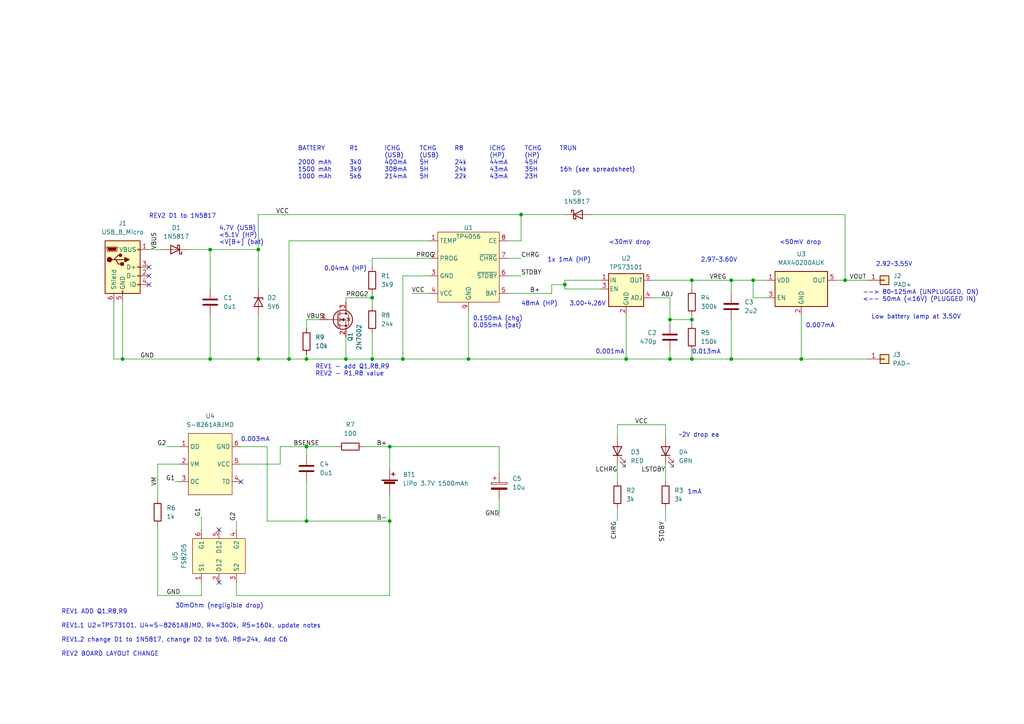
<source format=kicad_sch>
(kicad_sch (version 20230121) (generator eeschema)
  (paper "A4")
  (title_block (title "HP BATTERY") (date "2023-09-28") (rev "2") (company "GR") (comment 1 "https://github.com/grob6000/hpbattery"))
  (lib_symbols
    (symbol "Analog_Switch:MAX40200AUK"
      (property "Reference" "U" (at -6.35 6.35 0))
      (property "Value" "MAX40200AUK" (at 7.62 6.35 0))
      (symbol "MAX40200AUK_1_1"
        (rectangle (start -7.62 -5.08) (end 7.62 5.08) (stroke (width 0.254)) (fill (type background)))
        (pin power_in line (at -10.16 2.54 0) (length 2.54) (name "VDD") (number "1"))
        (pin power_in line (at 0 -7.62 90) (length 2.54) (name "GND") (number "2"))
        (pin input line (at -10.16 -2.54 0) (length 2.54) (name "EN") (number "3"))
        (pin no_connect line (at 7.62 -2.54 180) (length 2.54) hide (name "NC") (number "4"))
        (pin passive line (at 10.16 2.54 180) (length 2.54) (name "OUT") (number "5"))
      )
    )
    (symbol "Connector:USB_B_Micro" (pin_names (offset 1.016))
      (property "Reference" "J" (at -5.08 11.43 0))
      (property "Value" "USB_B_Micro" (at -5.08 8.89 0))
      (symbol "USB_B_Micro_0_1"
        (rectangle (start -5.08 -7.62) (end 5.08 7.62) (stroke (width 0.254)) (fill (type background)))
        (circle (center -3.81 2.159) (radius 0.635) (stroke (width 0.254)) (fill (type outline)))
        (circle (center -0.635 3.429) (radius 0.381) (stroke (width 0.254)) (fill (type outline)))
        (rectangle (start -0.127 -7.62) (end 0.127 -6.858))
        (polyline (pts (xy -1.905 2.159) (xy 0.635 2.159)) (stroke (width 0.254)))
        (polyline (pts (xy -3.175 2.159) (xy -2.54 2.159) (xy -1.27 3.429) (xy -0.635 3.429)) (stroke (width 0.254)))
        (polyline (pts (xy -2.54 2.159) (xy -1.905 2.159) (xy -1.27 0.889) (xy 0 0.889)) (stroke (width 0.254)))
        (polyline (pts (xy 0.635 2.794) (xy 0.635 1.524) (xy 1.905 2.159) (xy 0.635 2.794)) (stroke (width 0.254)) (fill (type outline)))
        (polyline (pts (xy -4.318 5.588) (xy -1.778 5.588) (xy -2.032 4.826) (xy -4.064 4.826) (xy -4.318 5.588)) (fill (type outline)))
        (polyline (pts (xy -4.699 5.842) (xy -4.699 5.588) (xy -4.445 4.826) (xy -4.445 4.572) (xy -1.651 4.572) (xy -1.651 4.826) (xy -1.397 5.588) (xy -1.397 5.842) (xy -4.699 5.842)))
        (rectangle (start 0.254 1.27) (end -0.508 0.508) (stroke (width 0.254)) (fill (type outline)))
        (rectangle (start 5.08 -5.207) (end 4.318 -4.953))
        (rectangle (start 5.08 -2.667) (end 4.318 -2.413))
        (rectangle (start 5.08 -0.127) (end 4.318 0.127))
        (rectangle (start 5.08 4.953) (end 4.318 5.207))
      )
      (symbol "USB_B_Micro_1_1"
        (pin power_out line (at 7.62 5.08 180) (length 2.54) (name "VBUS") (number "1"))
        (pin bidirectional line (at 7.62 -2.54 180) (length 2.54) (name "D-") (number "2"))
        (pin bidirectional line (at 7.62 0 180) (length 2.54) (name "D+") (number "3"))
        (pin passive line (at 7.62 -5.08 180) (length 2.54) (name "ID") (number "4"))
        (pin power_out line (at 0 -10.16 90) (length 2.54) (name "GND") (number "5"))
        (pin passive line (at -2.54 -10.16 90) (length 2.54) (name "Shield") (number "6"))
      )
    )
    (symbol "Connector_Generic:Conn_01x01" (pin_names (offset 1.016) hide)
      (property "Reference" "J" (at 0 2.54 0))
      (property "Value" "Conn_01x01" (at 0 -2.54 0))
      (symbol "Conn_01x01_1_1"
        (rectangle (start -1.27 0.127) (end 0 -0.127) (stroke (width 0.1524)))
        (rectangle (start -1.27 1.27) (end 1.27 -1.27) (stroke (width 0.254)) (fill (type background)))
        (pin passive line (at -5.08 0 0) (length 3.81) (name "Pin_1") (number "1"))
      )
    )
    (symbol "Device:Battery_Cell" (pin_numbers hide) (pin_names (offset 0) hide)
      (property "Reference" "BT" (at 2.54 2.54 0))
      (property "Value" "Battery_Cell" (at 2.54 0 0))
      (symbol "Battery_Cell_0_1"
        (rectangle (start -2.286 1.778) (end 2.286 1.524) (fill (type outline)))
        (rectangle (start -1.5748 1.1938) (end 1.4732 0.6858) (fill (type outline)))
        (polyline (pts (xy 0 0.762) (xy 0 0)))
        (polyline (pts (xy 0 1.778) (xy 0 2.54)))
        (polyline (pts (xy 0.508 3.429) (xy 1.524 3.429)) (stroke (width 0.254)))
        (polyline (pts (xy 1.016 3.937) (xy 1.016 2.921)) (stroke (width 0.254)))
      )
      (symbol "Battery_Cell_1_1"
        (pin passive line (at 0 5.08 270) (length 2.54) (name "+") (number "1"))
        (pin passive line (at 0 -2.54 90) (length 2.54) (name "-") (number "2"))
      )
    )
    (symbol "Device:C" (pin_numbers hide) (pin_names (offset 0.254))
      (property "Reference" "C" (at 0.635 2.54 0))
      (property "Value" "C" (at 0.635 -2.54 0))
      (symbol "C_0_1"
        (polyline (pts (xy -2.032 -0.762) (xy 2.032 -0.762)) (stroke (width 0.508)))
        (polyline (pts (xy -2.032 0.762) (xy 2.032 0.762)) (stroke (width 0.508)))
      )
      (symbol "C_1_1"
        (pin passive line (at 0 3.81 270) (length 2.794) (name "~") (number "1"))
        (pin passive line (at 0 -3.81 90) (length 2.794) (name "~") (number "2"))
      )
    )
    (symbol "Device:C_Polarized" (pin_numbers hide) (pin_names (offset 0.254))
      (property "Reference" "C" (at 0.635 2.54 0))
      (property "Value" "C_Polarized" (at 0.635 -2.54 0))
      (symbol "C_Polarized_0_1"
        (rectangle (start -2.286 0.508) (end 2.286 1.016))
        (polyline (pts (xy -1.778 2.286) (xy -0.762 2.286)))
        (polyline (pts (xy -1.27 2.794) (xy -1.27 1.778)))
        (rectangle (start 2.286 -0.508) (end -2.286 -1.016) (fill (type outline)))
      )
      (symbol "C_Polarized_1_1"
        (pin passive line (at 0 3.81 270) (length 2.794) (name "~") (number "1"))
        (pin passive line (at 0 -3.81 90) (length 2.794) (name "~") (number "2"))
      )
    )
    (symbol "Device:D_Zener" (pin_numbers hide) (pin_names (offset 1.016) hide)
      (property "Reference" "D" (at 0 2.54 0))
      (property "Value" "D_Zener" (at 0 -2.54 0))
      (symbol "D_Zener_0_1"
        (polyline (pts (xy 1.27 0) (xy -1.27 0)))
        (polyline (pts (xy -1.27 -1.27) (xy -1.27 1.27) (xy -0.762 1.27)) (stroke (width 0.254)))
        (polyline (pts (xy 1.27 -1.27) (xy 1.27 1.27) (xy -1.27 0) (xy 1.27 -1.27)) (stroke (width 0.254)))
      )
      (symbol "D_Zener_1_1"
        (pin passive line (at -3.81 0 0) (length 2.54) (name "K") (number "1"))
        (pin passive line (at 3.81 0 180) (length 2.54) (name "A") (number "2"))
      )
    )
    (symbol "Device:LED" (pin_numbers hide) (pin_names (offset 1.016) hide)
      (property "Reference" "D" (at 0 2.54 0))
      (property "Value" "LED" (at 0 -2.54 0))
      (symbol "LED_0_1"
        (polyline (pts (xy -1.27 -1.27) (xy -1.27 1.27)) (stroke (width 0.254)))
        (polyline (pts (xy -1.27 0) (xy 1.27 0)))
        (polyline (pts (xy 1.27 -1.27) (xy 1.27 1.27) (xy -1.27 0) (xy 1.27 -1.27)) (stroke (width 0.254)))
        (polyline (pts (xy -3.048 -0.762) (xy -4.572 -2.286) (xy -3.81 -2.286) (xy -4.572 -2.286) (xy -4.572 -1.524)))
        (polyline (pts (xy -1.778 -0.762) (xy -3.302 -2.286) (xy -2.54 -2.286) (xy -3.302 -2.286) (xy -3.302 -1.524)))
      )
      (symbol "LED_1_1"
        (pin passive line (at -3.81 0 0) (length 2.54) (name "K") (number "1"))
        (pin passive line (at 3.81 0 180) (length 2.54) (name "A") (number "2"))
      )
    )
    (symbol "Device:R" (pin_numbers hide) (pin_names (offset 0))
      (property "Reference" "R" (at 2.032 0 90))
      (property "Value" "R" (at 0 0 90))
      (symbol "R_0_1"
        (rectangle (start -1.016 -2.54) (end 1.016 2.54) (stroke (width 0.254)))
      )
      (symbol "R_1_1"
        (pin passive line (at 0 3.81 270) (length 1.27) (name "~") (number "1"))
        (pin passive line (at 0 -3.81 90) (length 1.27) (name "~") (number "2"))
      )
    )
    (symbol "Diode:1N5819" (pin_numbers hide) (pin_names (offset 1.016) hide)
      (property "Reference" "D" (at 0 2.54 0))
      (property "Value" "1N5819" (at 0 -2.54 0))
      (symbol "1N5819_0_1"
        (polyline (pts (xy 1.27 0) (xy -1.27 0)))
        (polyline (pts (xy 1.27 1.27) (xy 1.27 -1.27) (xy -1.27 0) (xy 1.27 1.27)) (stroke (width 0.254)))
        (polyline (pts (xy -1.905 0.635) (xy -1.905 1.27) (xy -1.27 1.27) (xy -1.27 -1.27) (xy -0.635 -1.27) (xy -0.635 -0.635)) (stroke (width 0.254)))
      )
      (symbol "1N5819_1_1"
        (pin passive line (at -3.81 0 0) (length 2.54) (name "K") (number "1"))
        (pin passive line (at 3.81 0 180) (length 2.54) (name "A") (number "2"))
      )
    )
    (symbol "Regulator_Linear:MIC5205YM5" (pin_names (offset 0.254))
      (property "Reference" "U" (at -3.81 5.715 0))
      (property "Value" "MIC5205YM5" (at 0 5.715 0))
      (symbol "MIC5205YM5_0_1"
        (rectangle (start -5.08 4.445) (end 5.08 -5.08) (stroke (width 0.254)) (fill (type background)))
      )
      (symbol "MIC5205YM5_1_1"
        (pin power_in line (at -7.62 2.54 0) (length 2.54) (name "IN") (number "1"))
        (pin power_in line (at 0 -7.62 90) (length 2.54) (name "GND") (number "2"))
        (pin input line (at -7.62 0 0) (length 2.54) (name "EN") (number "3"))
        (pin input line (at 7.62 -2.54 180) (length 2.54) (name "ADJ") (number "4"))
        (pin power_out line (at 7.62 2.54 180) (length 2.54) (name "OUT") (number "5"))
      )
    )
    (symbol "Transistor_FET:2N7002" (pin_names hide)
      (property "Reference" "Q" (at 5.08 1.905 0))
      (property "Value" "2N7002" (at 5.08 0 0))
      (symbol "2N7002_0_1"
        (polyline (pts (xy 0.254 0) (xy -2.54 0)))
        (polyline (pts (xy 0.254 1.905) (xy 0.254 -1.905)) (stroke (width 0.254)))
        (polyline (pts (xy 0.762 -1.27) (xy 0.762 -2.286)) (stroke (width 0.254)))
        (polyline (pts (xy 0.762 0.508) (xy 0.762 -0.508)) (stroke (width 0.254)))
        (polyline (pts (xy 0.762 2.286) (xy 0.762 1.27)) (stroke (width 0.254)))
        (polyline (pts (xy 2.54 2.54) (xy 2.54 1.778)))
        (polyline (pts (xy 2.54 -2.54) (xy 2.54 0) (xy 0.762 0)))
        (polyline (pts (xy 0.762 -1.778) (xy 3.302 -1.778) (xy 3.302 1.778) (xy 0.762 1.778)))
        (polyline (pts (xy 1.016 0) (xy 2.032 0.381) (xy 2.032 -0.381) (xy 1.016 0)) (fill (type outline)))
        (polyline (pts (xy 2.794 0.508) (xy 2.921 0.381) (xy 3.683 0.381) (xy 3.81 0.254)))
        (polyline (pts (xy 3.302 0.381) (xy 2.921 -0.254) (xy 3.683 -0.254) (xy 3.302 0.381)))
        (circle (center 1.651 0) (radius 2.794) (stroke (width 0.254)))
        (circle (center 2.54 -1.778) (radius 0.254) (fill (type outline)))
        (circle (center 2.54 1.778) (radius 0.254) (fill (type outline)))
      )
      (symbol "2N7002_1_1"
        (pin input line (at -5.08 0 0) (length 2.54) (name "G") (number "1"))
        (pin passive line (at 2.54 -5.08 90) (length 2.54) (name "S") (number "2"))
        (pin passive line (at 2.54 5.08 270) (length 2.54) (name "D") (number "3"))
      )
    )
    (symbol "kicad_george:DW01A"
      (property "Reference" "U" (at 0 2.54 0))
      (property "Value" "DW01A" (at 0 -2.54 0))
      (symbol "DW01A_1_1"
        (rectangle (start -6.35 8.89) (end 6.35 -8.89) (fill (type background)))
        (pin output line (at -8.89 5.08 0) (length 2.54) (name "OD") (number "1"))
        (pin power_in line (at -8.89 0 0) (length 2.54) (name "VM") (number "2"))
        (pin power_in line (at -8.89 -5.08 0) (length 2.54) (name "OC") (number "3"))
        (pin power_in line (at 8.89 -5.08 180) (length 2.54) (name "TD") (number "4"))
        (pin power_in line (at 8.89 0 180) (length 2.54) (name "VCC") (number "5"))
        (pin power_in line (at 8.89 5.08 180) (length 2.54) (name "GND") (number "6"))
      )
    )
    (symbol "kicad_george:FS8205"
      (property "Reference" "U" (at 0 2.54 0))
      (property "Value" "FS8205" (at 0 -2.54 0))
      (symbol "FS8205_1_1"
        (rectangle (start -5.08 7.62) (end 5.08 -7.62) (fill (type background)))
        (pin output line (at -7.62 5.08 0) (length 2.54) (name "S1") (number "1"))
        (pin output line (at -7.62 0 0) (length 2.54) (name "D12") (number "2"))
        (pin output line (at -7.62 -5.08 0) (length 2.54) (name "S2") (number "3"))
        (pin output line (at 7.62 -5.08 180) (length 2.54) (name "G2") (number "4"))
        (pin output line (at 7.62 0 180) (length 2.54) (name "D12") (number "5"))
        (pin output line (at 7.62 5.08 180) (length 2.54) (name "G1") (number "6"))
      )
    )
    (symbol "kicad_george:TP4056"
      (property "Reference" "U" (at 0 5.08 0))
      (property "Value" "TP4056" (at 0 0 0))
      (symbol "TP4056_1_1"
        (rectangle (start -8.89 10.16) (end 8.89 -10.16) (fill (type background)))
        (pin input line (at -11.43 7.62 0) (length 2.54) (name "TEMP") (number "1"))
        (pin input line (at -11.43 2.54 0) (length 2.54) (name "PROG") (number "2"))
        (pin power_in line (at -11.43 -2.54 0) (length 2.54) (name "GND") (number "3"))
        (pin power_in line (at -11.43 -7.62 0) (length 2.54) (name "VCC") (number "4"))
        (pin power_out line (at 11.43 -7.62 180) (length 2.54) (name "BAT") (number "5"))
        (pin output line (at 11.43 -2.54 180) (length 2.54) (name "~{STDBY}") (number "6"))
        (pin output line (at 11.43 2.54 180) (length 2.54) (name "~{CHRG}") (number "7"))
        (pin input line (at 11.43 7.62 180) (length 2.54) (name "CE") (number "8"))
        (pin power_in line (at 0 -12.7 90) (length 2.54) (name "GND") (number "9"))
      )
    )
  )
  (junction (at 116.84 104.14))
  (junction (at 35.56 104.14))
  (junction (at 74.93 104.14))
  (junction (at 200.66 81.28))
  (junction (at 88.9 151.13))
  (junction (at 194.31 92.71))
  (junction (at 212.09 81.28))
  (junction (at 232.41 104.14))
  (junction (at 83.82 104.14))
  (junction (at 181.61 104.14))
  (junction (at 212.09 104.14))
  (junction (at 74.93 72.39))
  (junction (at 163.83 82.55))
  (junction (at 218.44 81.28))
  (junction (at 60.96 104.14))
  (junction (at 200.66 104.14))
  (junction (at 100.33 104.14))
  (junction (at 88.9 104.14))
  (junction (at 200.66 92.71))
  (junction (at 60.96 72.39))
  (junction (at 194.31 104.14))
  (junction (at 107.95 86.36))
  (junction (at 135.89 104.14))
  (junction (at 113.03 129.54))
  (junction (at 245.11 81.28))
  (junction (at 113.03 151.13))
  (junction (at 151.13 62.23))
  (junction (at 88.9 129.54))
  (junction (at 107.95 104.14))
  (no_connect (at 69.85 139.7))
  (no_connect (at 43.18 82.55))
  (no_connect (at 63.5 168.91))
  (no_connect (at 63.5 153.67))
  (no_connect (at 43.18 80.01))
  (no_connect (at 43.18 77.47))
  (wire (pts (xy 68.58 151.13) (xy 68.58 153.67)))
  (wire (pts (xy 218.44 86.36) (xy 218.44 81.28)))
  (wire (pts (xy 74.93 62.23) (xy 151.13 62.23)))
  (wire (pts (xy 200.66 101.6) (xy 200.66 104.14)))
  (wire (pts (xy 135.89 104.14) (xy 181.61 104.14)))
  (wire (pts (xy 83.82 104.14) (xy 88.9 104.14)))
  (wire (pts (xy 181.61 91.44) (xy 181.61 104.14)))
  (wire (pts (xy 60.96 72.39) (xy 60.96 83.82)))
  (wire (pts (xy 193.04 123.19) (xy 179.07 123.19)))
  (wire (pts (xy 60.96 104.14) (xy 74.93 104.14)))
  (wire (pts (xy 58.42 149.86) (xy 58.42 153.67)))
  (wire (pts (xy 88.9 139.7) (xy 88.9 151.13)))
  (wire (pts (xy 116.84 80.01) (xy 116.84 104.14)))
  (wire (pts (xy 171.45 62.23) (xy 245.11 62.23)))
  (wire (pts (xy 81.28 134.62) (xy 81.28 129.54)))
  (wire (pts (xy 74.93 72.39) (xy 74.93 83.82)))
  (wire (pts (xy 88.9 92.71) (xy 92.71 92.71)))
  (wire (pts (xy 45.72 172.72) (xy 45.72 152.4)))
  (wire (pts (xy 200.66 92.71) (xy 200.66 93.98)))
  (wire (pts (xy 113.03 151.13) (xy 88.9 151.13)))
  (wire (pts (xy 193.04 134.62) (xy 193.04 139.7)))
  (wire (pts (xy 58.42 168.91) (xy 58.42 172.72)))
  (wire (pts (xy 58.42 172.72) (xy 45.72 172.72)))
  (wire (pts (xy 135.89 90.17) (xy 135.89 104.14)))
  (wire (pts (xy 242.57 81.28) (xy 245.11 81.28)))
  (wire (pts (xy 218.44 81.28) (xy 222.25 81.28)))
  (wire (pts (xy 113.03 129.54) (xy 113.03 135.89)))
  (wire (pts (xy 212.09 81.28) (xy 212.09 85.09)))
  (wire (pts (xy 35.56 104.14) (xy 60.96 104.14)))
  (wire (pts (xy 88.9 104.14) (xy 100.33 104.14)))
  (wire (pts (xy 193.04 127) (xy 193.04 123.19)))
  (wire (pts (xy 33.02 87.63) (xy 33.02 104.14)))
  (wire (pts (xy 179.07 123.19) (xy 179.07 127)))
  (wire (pts (xy 100.33 97.79) (xy 100.33 104.14)))
  (wire (pts (xy 113.03 172.72) (xy 113.03 151.13)))
  (wire (pts (xy 194.31 92.71) (xy 194.31 93.98)))
  (wire (pts (xy 83.82 69.85) (xy 83.82 104.14)))
  (wire (pts (xy 144.78 129.54) (xy 113.03 129.54)))
  (wire (pts (xy 163.83 81.28) (xy 173.99 81.28)))
  (wire (pts (xy 88.9 129.54) (xy 88.9 132.08)))
  (wire (pts (xy 124.46 85.09) (xy 119.38 85.09)))
  (wire (pts (xy 69.85 129.54) (xy 77.47 129.54)))
  (wire (pts (xy 81.28 129.54) (xy 88.9 129.54)))
  (wire (pts (xy 107.95 86.36) (xy 100.33 86.36)))
  (wire (pts (xy 200.66 104.14) (xy 212.09 104.14)))
  (wire (pts (xy 100.33 86.36) (xy 100.33 87.63)))
  (wire (pts (xy 88.9 102.87) (xy 88.9 104.14)))
  (wire (pts (xy 88.9 95.25) (xy 88.9 92.71)))
  (wire (pts (xy 60.96 91.44) (xy 60.96 104.14)))
  (wire (pts (xy 160.02 82.55) (xy 163.83 82.55)))
  (wire (pts (xy 69.85 134.62) (xy 81.28 134.62)))
  (wire (pts (xy 107.95 74.93) (xy 107.95 77.47)))
  (wire (pts (xy 232.41 104.14) (xy 251.46 104.14)))
  (wire (pts (xy 107.95 104.14) (xy 116.84 104.14)))
  (wire (pts (xy 52.07 134.62) (xy 45.72 134.62)))
  (wire (pts (xy 181.61 104.14) (xy 194.31 104.14)))
  (wire (pts (xy 88.9 151.13) (xy 77.47 151.13)))
  (wire (pts (xy 212.09 81.28) (xy 218.44 81.28)))
  (wire (pts (xy 107.95 74.93) (xy 124.46 74.93)))
  (wire (pts (xy 50.8 139.7) (xy 52.07 139.7)))
  (wire (pts (xy 212.09 92.71) (xy 212.09 104.14)))
  (wire (pts (xy 147.32 74.93) (xy 151.13 74.93)))
  (wire (pts (xy 200.66 91.44) (xy 200.66 92.71)))
  (wire (pts (xy 83.82 69.85) (xy 124.46 69.85)))
  (wire (pts (xy 151.13 69.85) (xy 151.13 62.23)))
  (wire (pts (xy 200.66 104.14) (xy 194.31 104.14)))
  (wire (pts (xy 144.78 144.78) (xy 144.78 149.86)))
  (wire (pts (xy 113.03 143.51) (xy 113.03 151.13)))
  (wire (pts (xy 107.95 86.36) (xy 107.95 88.9)))
  (wire (pts (xy 107.95 96.52) (xy 107.95 104.14)))
  (wire (pts (xy 48.26 129.54) (xy 52.07 129.54)))
  (wire (pts (xy 193.04 147.32) (xy 193.04 151.13)))
  (wire (pts (xy 151.13 62.23) (xy 163.83 62.23)))
  (wire (pts (xy 179.07 147.32) (xy 179.07 151.13)))
  (wire (pts (xy 33.02 104.14) (xy 35.56 104.14)))
  (wire (pts (xy 68.58 172.72) (xy 113.03 172.72)))
  (wire (pts (xy 194.31 92.71) (xy 194.31 86.36)))
  (wire (pts (xy 77.47 129.54) (xy 77.47 151.13)))
  (wire (pts (xy 107.95 85.09) (xy 107.95 86.36)))
  (wire (pts (xy 60.96 72.39) (xy 74.93 72.39)))
  (wire (pts (xy 124.46 80.01) (xy 116.84 80.01)))
  (wire (pts (xy 200.66 81.28) (xy 200.66 83.82)))
  (wire (pts (xy 43.18 72.39) (xy 46.99 72.39)))
  (wire (pts (xy 222.25 86.36) (xy 218.44 86.36)))
  (wire (pts (xy 116.84 104.14) (xy 135.89 104.14)))
  (wire (pts (xy 35.56 87.63) (xy 35.56 104.14)))
  (wire (pts (xy 200.66 81.28) (xy 212.09 81.28)))
  (wire (pts (xy 163.83 83.82) (xy 173.99 83.82)))
  (wire (pts (xy 147.32 85.09) (xy 160.02 85.09)))
  (wire (pts (xy 232.41 91.44) (xy 232.41 104.14)))
  (wire (pts (xy 74.93 91.44) (xy 74.93 104.14)))
  (wire (pts (xy 212.09 104.14) (xy 232.41 104.14)))
  (wire (pts (xy 245.11 81.28) (xy 251.46 81.28)))
  (wire (pts (xy 45.72 134.62) (xy 45.72 144.78)))
  (wire (pts (xy 68.58 168.91) (xy 68.58 172.72)))
  (wire (pts (xy 54.61 72.39) (xy 60.96 72.39)))
  (wire (pts (xy 160.02 85.09) (xy 160.02 82.55)))
  (wire (pts (xy 163.83 82.55) (xy 163.83 83.82)))
  (wire (pts (xy 147.32 69.85) (xy 151.13 69.85)))
  (wire (pts (xy 163.83 81.28) (xy 163.83 82.55)))
  (wire (pts (xy 100.33 104.14) (xy 107.95 104.14)))
  (wire (pts (xy 144.78 137.16) (xy 144.78 129.54)))
  (wire (pts (xy 245.11 62.23) (xy 245.11 81.28)))
  (wire (pts (xy 105.41 129.54) (xy 113.03 129.54)))
  (wire (pts (xy 147.32 80.01) (xy 151.13 80.01)))
  (wire (pts (xy 179.07 134.62) (xy 179.07 139.7)))
  (wire (pts (xy 88.9 129.54) (xy 97.79 129.54)))
  (wire (pts (xy 194.31 101.6) (xy 194.31 104.14)))
  (wire (pts (xy 189.23 86.36) (xy 194.31 86.36)))
  (wire (pts (xy 189.23 81.28) (xy 200.66 81.28)))
  (wire (pts (xy 74.93 104.14) (xy 83.82 104.14)))
  (wire (pts (xy 74.93 62.23) (xy 74.93 72.39)))
  (wire (pts (xy 194.31 92.71) (xy 200.66 92.71)))
  (text "3.00~4.26V" (at 165.1 88.9 0) (effects (font (size 1.27 1.27)) (justify left bottom)))
  (text "BATTERY		R1		ICHG	TCHG	R8		ICHG	TCHG	TRUN\n					(USB)	(USB)			(HP)	(HP)	\n2000 mAh	3k0		400mA	5H		24k		44mA	45H		\n1500 mAh	3k9		308mA	5H		24k		43mA	35H		16h (see spreadsheet)\n1000 mAh	5k6		214mA	5H		22k		43mA	23H		" (at 86.36 52.07 0) (effects (font (size 1.27 1.27)) (justify left bottom)))
  (text "--> 80~125mA (UNPLUGGED, ON)\n<-- 50mA (<16V) (PLUGGED IN)" (at 250.19 87.63 0) (effects (font (size 1.27 1.27)) (justify left bottom)))
  (text "0.001mA" (at 172.72 102.87 0) (effects (font (size 1.27 1.27)) (justify left bottom)))
  (text "0.007mA" (at 233.68 95.25 0) (effects (font (size 1.27 1.27)) (justify left bottom)))
  (text "4.7V (USB)\n<5.1V (HP)\n<V[B+] (bat)" (at 63.5 71.12 0) (effects (font (size 1.27 1.27)) (justify left bottom)))
  (text "2.97~3.60V" (at 203.2 76.2 0) (effects (font (size 1.27 1.27)) (justify left bottom)))
  (text "0.003mA" (at 69.85 128.27 0) (effects (font (size 1.27 1.27)) (justify left bottom)))
  (text "~2V drop ea" (at 196.85 127 0) (effects (font (size 1.27 1.27)) (justify left bottom)))
  (text "<30mV drop" (at 176.53 71.12 0) (effects (font (size 1.27 1.27)) (justify left bottom)))
  (text "1mA" (at 199.39 143.51 0) (effects (font (size 1.27 1.27)) (justify left bottom)))
  (text "<50mV drop" (at 226.06 71.12 0) (effects (font (size 1.27 1.27)) (justify left bottom)))
  (text "REV2 D1 to 1N5817" (at 43.18 63.5 0) (effects (font (size 1.27 1.27)) (justify left bottom)))
  (text "2.92~3.55V" (at 254 77.47 0) (effects (font (size 1.27 1.27)) (justify left bottom)))
  (text "REV1 - add Q1,R8,R9\nREV2 - R1,R8 value" (at 91.44 109.22 0) (effects (font (size 1.27 1.27)) (justify left bottom)))
  (text "0.013mA" (at 200.66 102.87 0) (effects (font (size 1.27 1.27)) (justify left bottom)))
  (text "48mA (HP)" (at 151.13 88.9 0) (effects (font (size 1.27 1.27)) (justify left bottom)))
  (text "30mOhm (negligible drop)" (at 50.8 176.53 0) (effects (font (size 1.27 1.27)) (justify left bottom)))
  (text "0.04mA (HP)" (at 93.98 78.74 0) (effects (font (size 1.27 1.27)) (justify left bottom)))
  (text "1x 1mA (HP)" (at 158.75 76.2 0) (effects (font (size 1.27 1.27)) (justify left bottom)))
  (text "0.150mA (chg)\n0.055mA (bat)" (at 137.16 95.25 0) (effects (font (size 1.27 1.27)) (justify left bottom)))
  (text "REV1 ADD Q1,R8,R9\n\nREV1.1 U2=TPS73101, U4=S-8261ABJMD, R4=300k, R5=160k, update notes\n\nREV1.2 change D1 to 1N5817, change D2 to 5V6, R8=24k, Add C6\n\nREV2 BOARD LAYOUT CHANGE" (at 17.78 190.5 0) (effects (font (size 1.27 1.27)) (justify left bottom)))
  (text "Low battery lamp at 3.50V" (at 252.73 92.71 0) (effects (font (size 1.27 1.27)) (justify left bottom)))
  (label "VM" (at 45.72 140.97 90))
  (label "LSTDBY" (at 193.04 137.16 180))
  (label "VOUT" (at 246.38 81.28 0))
  (label "ADJ" (at 191.77 86.36 0))
  (label "G1" (at 58.42 149.86 90))
  (label "G2" (at 48.26 129.54 180))
  (label "VCC" (at 119.38 85.09 0))
  (label "CHRG" (at 151.13 74.93 0))
  (label "STDBY" (at 193.04 151.13 270))
  (label "B+" (at 109.22 129.54 0))
  (label "LCHRG" (at 179.07 137.16 180))
  (label "VBUS" (at 88.9 92.71 0))
  (label "GND" (at 40.64 104.14 0))
  (label "PROG2" (at 100.33 86.36 0))
  (label "GND" (at 144.78 149.86 180))
  (label "VCC" (at 184.15 123.19 0))
  (label "B+" (at 153.67 85.09 0))
  (label "STDBY" (at 151.13 80.01 0))
  (label "CHRG" (at 179.07 151.13 270))
  (label "VBUS" (at 45.72 72.39 90))
  (label "VCC" (at 80.01 62.23 0))
  (label "VREG" (at 205.74 81.28 0))
  (label "PROG" (at 120.65 74.93 0))
  (label "GND" (at 48.26 172.72 0))
  (label "BSENSE" (at 85.09 129.54 0))
  (label "G1" (at 50.8 139.7 180))
  (label "G2" (at 68.58 151.13 90))
  (label "B-" (at 109.22 151.13 0))
  (symbol (lib_id "Device:C_Polarized") (at 144.78 140.97 0) (unit 1)
    (property "Reference" "C5" (at 148.59 138.811 0) (effects (justify left)))
    (property "Value" "10u" (at 148.59 141.351 0) (effects (justify left)))
    (property "Footprint" "Capacitor_SMD:C_1210_3225Metric" (effects hide))
  )
  (symbol (lib_id "Device:C") (at 60.96 87.63 0) (unit 1)
    (property "Reference" "C1" (at 64.77 86.36 0) (effects (justify left)))
    (property "Value" "0u1" (at 64.77 88.9 0) (effects (justify left)))
    (property "Footprint" "Capacitor_SMD:C_0805_2012Metric" (effects hide))
  )
  (symbol (lib_id "Device:R") (at 200.66 87.63 0) (unit 1)
    (property "Reference" "R4" (at 203.2 86.3599 0) (effects (justify left)))
    (property "Value" "300k" (at 203.2 88.9 0) (effects (justify left)))
    (property "Footprint" "Resistor_SMD:R_0805_2012Metric" (effects hide))
  )
  (symbol (lib_id "Device:C") (at 88.9 135.89 0) (unit 1)
    (property "Reference" "C4" (at 92.71 134.62 0) (effects (justify left)))
    (property "Value" "0u1" (at 92.71 137.16 0) (effects (justify left)))
    (property "Footprint" "Capacitor_SMD:C_0805_2012Metric" (effects hide))
  )
  (symbol (lib_id "Device:R") (at 179.07 143.51 180) (unit 1)
    (property "Reference" "R2" (at 181.61 142.24 0) (effects (justify right)))
    (property "Value" "3k" (at 181.61 144.78 0) (effects (justify right)))
    (property "Footprint" "Resistor_SMD:R_0805_2012Metric" (effects hide))
  )
  (symbol (lib_id "Device:C") (at 212.09 88.9 0) (unit 1)
    (property "Reference" "C3" (at 215.9 87.6299 0) (effects (justify left)))
    (property "Value" "2u2" (at 215.9 90.1699 0) (effects (justify left)))
    (property "Footprint" "Capacitor_SMD:C_0805_2012Metric" (effects hide))
  )
  (symbol (lib_id "Device:LED") (at 193.04 130.81 90) (unit 1)
    (property "Reference" "D4" (at 196.85 131.1275 90) (effects (justify right)))
    (property "Value" "GRN" (at 196.85 133.6675 90) (effects (justify right)))
    (property "Footprint" "LED_SMD:LED_0805_2012Metric" (effects hide))
  )
  (symbol (lib_id "Regulator_Linear:MIC5205YM5") (at 181.61 83.82 0) (unit 1)
    (property "Reference" "U2" (at 181.61 74.93 0))
    (property "Value" "TPS73101" (at 181.61 77.47 0))
    (property "Footprint" "Package_TO_SOT_SMD:SOT-23-5" (effects hide))
    (property "Datasheet" "http://ww1.microchip.com/downloads/en/DeviceDoc/20005785A.pdf" (effects hide))
  )
  (symbol (lib_id "Device:R") (at 45.72 148.59 0) (unit 1)
    (property "Reference" "R6" (at 48.26 147.32 0) (effects (justify left)))
    (property "Value" "1k" (at 48.26 149.86 0) (effects (justify left)))
    (property "Footprint" "Resistor_SMD:R_0805_2012Metric" (effects hide))
  )
  (symbol (lib_id "kicad_george:TP4056") (at 135.89 77.47 0) (unit 1)
    (property "Reference" "U1" (at 135.89 66.04 0))
    (property "Value" "TP4056" (at 135.89 68.58 0))
    (property "Footprint" "Package_SO:TI_SO-PowerPAD-8_ThermalVias" (effects hide))
    (property "Datasheet" "https://dlnmh9ip6v2uc.cloudfront.net/datasheets/Prototyping/TP4056.pdf" (effects hide))
  )
  (symbol (lib_id "Device:R") (at 107.95 81.28 180) (unit 1)
    (property "Reference" "R1" (at 110.49 80.01 0) (effects (justify right)))
    (property "Value" "3k9" (at 110.49 82.55 0) (effects (justify right)))
    (property "Footprint" "Resistor_SMD:R_0805_2012Metric" (effects hide))
  )
  (symbol (lib_id "Analog_Switch:MAX40200AUK") (at 232.41 83.82 0) (unit 1)
    (property "Reference" "U3" (at 232.41 73.66 0))
    (property "Value" "MAX40200AUK" (at 232.41 76.2 0))
    (property "Footprint" "Package_TO_SOT_SMD:SOT-23-5" (effects hide))
    (property "Datasheet" "https://datasheets.maximintegrated.com/en/ds/MAX40200.pdf" (effects hide))
  )
  (symbol (lib_id "Device:R") (at 101.6 129.54 90) (unit 1)
    (property "Reference" "R7" (at 101.6 123.19 90))
    (property "Value" "100" (at 101.6 125.73 90))
    (property "Footprint" "Resistor_SMD:R_0805_2012Metric" (effects hide))
  )
  (symbol (lib_id "Device:R") (at 200.66 97.79 0) (unit 1)
    (property "Reference" "R5" (at 203.2 96.5199 0) (effects (justify left)))
    (property "Value" "150k" (at 203.2 99.06 0) (effects (justify left)))
    (property "Footprint" "Resistor_SMD:R_0805_2012Metric" (effects hide))
  )
  (symbol (lib_id "kicad_george:FS8205") (at 63.5 161.29 90) (unit 1)
    (property "Reference" "U5" (at 50.8 161.29 0))
    (property "Value" "FS8205" (at 53.34 161.29 0))
    (property "Footprint" "Package_TO_SOT_SMD:SOT-23-6" (effects hide))
    (property "Datasheet" "https://datasheet.lcsc.com/lcsc/1810110910_Fortune-Semicon-FS8205_C32254.pdf" (effects hide))
  )
  (symbol (lib_id "Connector_Generic:Conn_01x01") (at 256.54 104.14 0) (unit 1)
    (property "Reference" "J3" (at 258.8751 102.8699 0) (effects (justify left)))
    (property "Value" "PAD-" (at 258.8751 105.4099 0) (effects (justify left)))
    (property "Footprint" "george:PAD_10x15" (effects hide))
  )
  (symbol (lib_id "Diode:1N5819") (at 167.64 62.23 0) (unit 1)
    (property "Reference" "D5" (at 167.3225 55.88 0))
    (property "Value" "1N5817" (at 167.3225 58.42 0))
    (property "Footprint" "Diode_SMD:D_SOD-123" (effects hide))
    (property "Datasheet" "http://www.vishay.com/docs/88525/1n5817.pdf" (effects hide))
  )
  (symbol (lib_id "Transistor_FET:2N7002") (at 97.79 92.71 0) (unit 1)
    (property "Reference" "Q1" (at 101.6 99.06 90) (effects (justify left)))
    (property "Value" "2N7002" (at 104.14 101.6 90) (effects (justify left)))
    (property "Footprint" "Package_TO_SOT_SMD:SOT-23" (effects hide))
    (property "Datasheet" "https://www.onsemi.com/pub/Collateral/NDS7002A-D.PDF" (effects hide))
  )
  (symbol (lib_id "Device:R") (at 193.04 143.51 180) (unit 1)
    (property "Reference" "R3" (at 195.58 142.24 0) (effects (justify right)))
    (property "Value" "3k" (at 195.58 144.78 0) (effects (justify right)))
    (property "Footprint" "Resistor_SMD:R_0805_2012Metric" (effects hide))
  )
  (symbol (lib_id "Device:Battery_Cell") (at 113.03 140.97 0) (unit 1)
    (property "Reference" "BT1" (at 116.84 137.668 0) (effects (justify left)))
    (property "Value" "LiPo 3.7V 1500mAh" (at 116.84 140.208 0) (effects (justify left)))
    (property "Footprint" "Connector_PinHeader_2.00mm:PinHeader_1x02_P2.00mm_Vertical" (effects hide))
  )
  (symbol (lib_id "Device:LED") (at 179.07 130.81 90) (unit 1)
    (property "Reference" "D3" (at 182.88 131.1275 90) (effects (justify right)))
    (property "Value" "RED" (at 182.88 133.6675 90) (effects (justify right)))
    (property "Footprint" "LED_SMD:LED_0805_2012Metric" (effects hide))
  )
  (symbol (lib_id "Device:R") (at 107.95 92.71 180) (unit 1)
    (property "Reference" "R8" (at 110.49 91.44 0) (effects (justify right)))
    (property "Value" "24k" (at 110.49 93.98 0) (effects (justify right)))
    (property "Footprint" "Resistor_SMD:R_0805_2012Metric" (effects hide))
  )
  (symbol (lib_id "Connector:USB_B_Micro") (at 35.56 77.47 0) (unit 1)
    (property "Reference" "J1" (at 35.56 64.77 0))
    (property "Value" "USB_B_Micro" (at 35.56 67.31 0))
    (property "Footprint" "george:USB_ALIEX_4LEG" (effects hide))
  )
  (symbol (lib_id "Device:R") (at 88.9 99.06 180) (unit 1)
    (property "Reference" "R9" (at 91.44 97.79 0) (effects (justify right)))
    (property "Value" "10k" (at 91.44 100.33 0) (effects (justify right)))
    (property "Footprint" "Resistor_SMD:R_0805_2012Metric" (effects hide))
  )
  (symbol (lib_id "Device:D_Zener") (at 74.93 87.63 270) (unit 1)
    (property "Reference" "D2" (at 77.47 86.36 90) (effects (justify left)))
    (property "Value" "5V6" (at 77.47 88.9 90) (effects (justify left)))
    (property "Footprint" "Diode_SMD:D_SMA" (effects hide))
  )
  (symbol (lib_id "Device:C") (at 194.31 97.79 0) (mirror x) (unit 1)
    (property "Reference" "C2" (at 190.5 96.5199 0) (effects (justify right)))
    (property "Value" "470p" (at 190.5 99.0599 0) (effects (justify right)))
    (property "Footprint" "Capacitor_SMD:C_0805_2012Metric" (effects hide))
  )
  (symbol (lib_id "kicad_george:DW01A") (at 60.96 134.62 0) (unit 1)
    (property "Reference" "U4" (at 60.96 120.65 0))
    (property "Value" "S-8261ABJMD" (at 60.96 123.19 0))
    (property "Footprint" "Package_TO_SOT_SMD:SOT-23-6" (effects hide))
    (property "Datasheet" "https://datasheet.lcsc.com/szlcsc/1901091236_PUOLOP-DW01A_C351410.pdf" (effects hide))
  )
  (symbol (lib_id "Connector_Generic:Conn_01x01") (at 256.54 81.28 0) (unit 1)
    (property "Reference" "J2" (at 259.08 80.0099 0) (effects (justify left)))
    (property "Value" "PAD+" (at 259.08 82.5499 0) (effects (justify left)))
    (property "Footprint" "george:PAD_10x15" (effects hide))
  )
  (symbol (lib_id "Diode:1N5819") (at 50.8 72.39 180) (unit 1)
    (property "Reference" "D1" (at 51.1175 66.04 0))
    (property "Value" "1N5817" (at 51.1175 68.58 0))
    (property "Footprint" "Diode_SMD:D_SOD-123" (effects hide))
    (property "Datasheet" "http://www.vishay.com/docs/88525/1n5817.pdf" (effects hide))
  )
)
</source>
